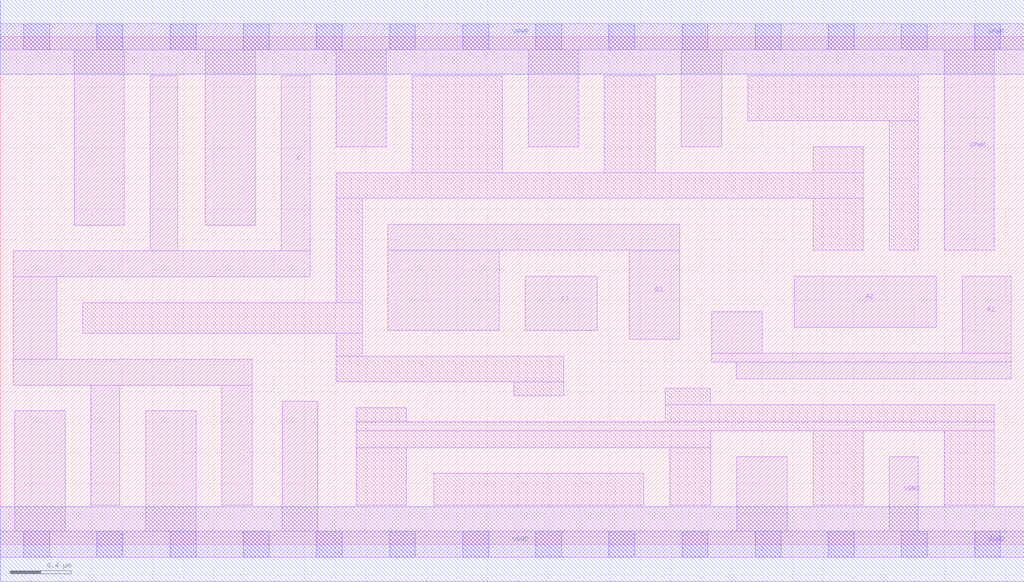
<source format=lef>
# Copyright 2020 The SkyWater PDK Authors
#
# Licensed under the Apache License, Version 2.0 (the "License");
# you may not use this file except in compliance with the License.
# You may obtain a copy of the License at
#
#     https://www.apache.org/licenses/LICENSE-2.0
#
# Unless required by applicable law or agreed to in writing, software
# distributed under the License is distributed on an "AS IS" BASIS,
# WITHOUT WARRANTIES OR CONDITIONS OF ANY KIND, either express or implied.
# See the License for the specific language governing permissions and
# limitations under the License.
#
# SPDX-License-Identifier: Apache-2.0

VERSION 5.7 ;
  NAMESCASESENSITIVE ON ;
  NOWIREEXTENSIONATPIN ON ;
  DIVIDERCHAR "/" ;
  BUSBITCHARS "[]" ;
UNITS
  DATABASE MICRONS 200 ;
END UNITS
MACRO sky130_fd_sc_lp__o211a_4
  CLASS CORE ;
  SOURCE USER ;
  FOREIGN sky130_fd_sc_lp__o211a_4 ;
  ORIGIN  0.000000  0.000000 ;
  SIZE  6.720000 BY  3.330000 ;
  SYMMETRY X Y R90 ;
  SITE unit ;
  PIN A1
    ANTENNAGATEAREA  0.630000 ;
    DIRECTION INPUT ;
    USE SIGNAL ;
    PORT
      LAYER li1 ;
        RECT 4.670000 1.195000 6.635000 1.255000 ;
        RECT 4.670000 1.255000 5.000000 1.525000 ;
        RECT 4.830000 1.085000 6.635000 1.195000 ;
        RECT 6.315000 1.255000 6.635000 1.760000 ;
    END
  END A1
  PIN A2
    ANTENNAGATEAREA  0.630000 ;
    DIRECTION INPUT ;
    USE SIGNAL ;
    PORT
      LAYER li1 ;
        RECT 5.210000 1.425000 6.145000 1.760000 ;
    END
  END A2
  PIN B1
    ANTENNAGATEAREA  0.630000 ;
    DIRECTION INPUT ;
    USE SIGNAL ;
    PORT
      LAYER li1 ;
        RECT 2.545000 1.405000 3.275000 1.930000 ;
        RECT 2.545000 1.930000 4.460000 2.100000 ;
        RECT 4.130000 1.345000 4.460000 1.930000 ;
    END
  END B1
  PIN C1
    ANTENNAGATEAREA  0.630000 ;
    DIRECTION INPUT ;
    USE SIGNAL ;
    PORT
      LAYER li1 ;
        RECT 3.445000 1.405000 3.920000 1.760000 ;
    END
  END C1
  PIN X
    ANTENNADIFFAREA  1.176000 ;
    DIRECTION OUTPUT ;
    USE SIGNAL ;
    PORT
      LAYER li1 ;
        RECT 0.085000 1.045000 1.655000 1.215000 ;
        RECT 0.085000 1.215000 0.370000 1.755000 ;
        RECT 0.085000 1.755000 2.035000 1.925000 ;
        RECT 0.595000 0.255000 0.785000 1.045000 ;
        RECT 0.985000 1.925000 1.165000 3.075000 ;
        RECT 1.455000 0.255000 1.655000 1.045000 ;
        RECT 1.845000 1.925000 2.035000 3.075000 ;
    END
  END X
  PIN VGND
    DIRECTION INOUT ;
    USE GROUND ;
    PORT
      LAYER li1 ;
        RECT 0.000000 -0.085000 6.720000 0.085000 ;
        RECT 0.095000  0.085000 0.425000 0.875000 ;
        RECT 0.955000  0.085000 1.285000 0.875000 ;
        RECT 1.850000  0.085000 2.085000 0.940000 ;
        RECT 4.835000  0.085000 5.165000 0.575000 ;
        RECT 5.835000  0.085000 6.025000 0.575000 ;
      LAYER mcon ;
        RECT 0.155000 -0.085000 0.325000 0.085000 ;
        RECT 0.635000 -0.085000 0.805000 0.085000 ;
        RECT 1.115000 -0.085000 1.285000 0.085000 ;
        RECT 1.595000 -0.085000 1.765000 0.085000 ;
        RECT 2.075000 -0.085000 2.245000 0.085000 ;
        RECT 2.555000 -0.085000 2.725000 0.085000 ;
        RECT 3.035000 -0.085000 3.205000 0.085000 ;
        RECT 3.515000 -0.085000 3.685000 0.085000 ;
        RECT 3.995000 -0.085000 4.165000 0.085000 ;
        RECT 4.475000 -0.085000 4.645000 0.085000 ;
        RECT 4.955000 -0.085000 5.125000 0.085000 ;
        RECT 5.435000 -0.085000 5.605000 0.085000 ;
        RECT 5.915000 -0.085000 6.085000 0.085000 ;
        RECT 6.395000 -0.085000 6.565000 0.085000 ;
      LAYER met1 ;
        RECT 0.000000 -0.245000 6.720000 0.245000 ;
    END
  END VGND
  PIN VPWR
    DIRECTION INOUT ;
    USE POWER ;
    PORT
      LAYER li1 ;
        RECT 0.000000 3.245000 6.720000 3.415000 ;
        RECT 0.485000 2.095000 0.815000 3.245000 ;
        RECT 1.345000 2.095000 1.675000 3.245000 ;
        RECT 2.205000 2.610000 2.535000 3.245000 ;
        RECT 3.465000 2.610000 3.795000 3.245000 ;
        RECT 4.470000 2.610000 4.735000 3.245000 ;
        RECT 6.195000 1.930000 6.525000 3.245000 ;
      LAYER mcon ;
        RECT 0.155000 3.245000 0.325000 3.415000 ;
        RECT 0.635000 3.245000 0.805000 3.415000 ;
        RECT 1.115000 3.245000 1.285000 3.415000 ;
        RECT 1.595000 3.245000 1.765000 3.415000 ;
        RECT 2.075000 3.245000 2.245000 3.415000 ;
        RECT 2.555000 3.245000 2.725000 3.415000 ;
        RECT 3.035000 3.245000 3.205000 3.415000 ;
        RECT 3.515000 3.245000 3.685000 3.415000 ;
        RECT 3.995000 3.245000 4.165000 3.415000 ;
        RECT 4.475000 3.245000 4.645000 3.415000 ;
        RECT 4.955000 3.245000 5.125000 3.415000 ;
        RECT 5.435000 3.245000 5.605000 3.415000 ;
        RECT 5.915000 3.245000 6.085000 3.415000 ;
        RECT 6.395000 3.245000 6.565000 3.415000 ;
      LAYER met1 ;
        RECT 0.000000 3.085000 6.720000 3.575000 ;
    END
  END VPWR
  OBS
    LAYER li1 ;
      RECT 0.540000 1.385000 2.375000 1.585000 ;
      RECT 2.205000 1.065000 3.700000 1.235000 ;
      RECT 2.205000 1.235000 2.375000 1.385000 ;
      RECT 2.205000 1.585000 2.375000 2.270000 ;
      RECT 2.205000 2.270000 5.665000 2.440000 ;
      RECT 2.335000 0.255000 2.665000 0.635000 ;
      RECT 2.335000 0.635000 4.665000 0.745000 ;
      RECT 2.335000 0.745000 6.525000 0.805000 ;
      RECT 2.335000 0.805000 2.665000 0.895000 ;
      RECT 2.705000 2.440000 3.295000 3.075000 ;
      RECT 2.845000 0.255000 4.225000 0.465000 ;
      RECT 3.370000 0.975000 3.700000 1.065000 ;
      RECT 3.965000 2.440000 4.300000 3.075000 ;
      RECT 4.365000 0.805000 6.525000 0.915000 ;
      RECT 4.365000 0.915000 4.660000 1.025000 ;
      RECT 4.395000 0.255000 4.665000 0.635000 ;
      RECT 4.905000 2.780000 6.025000 3.075000 ;
      RECT 5.335000 0.255000 5.665000 0.745000 ;
      RECT 5.335000 1.930000 5.665000 2.270000 ;
      RECT 5.335000 2.440000 5.665000 2.610000 ;
      RECT 5.835000 1.930000 6.025000 2.780000 ;
      RECT 6.195000 0.255000 6.525000 0.745000 ;
  END
END sky130_fd_sc_lp__o211a_4

</source>
